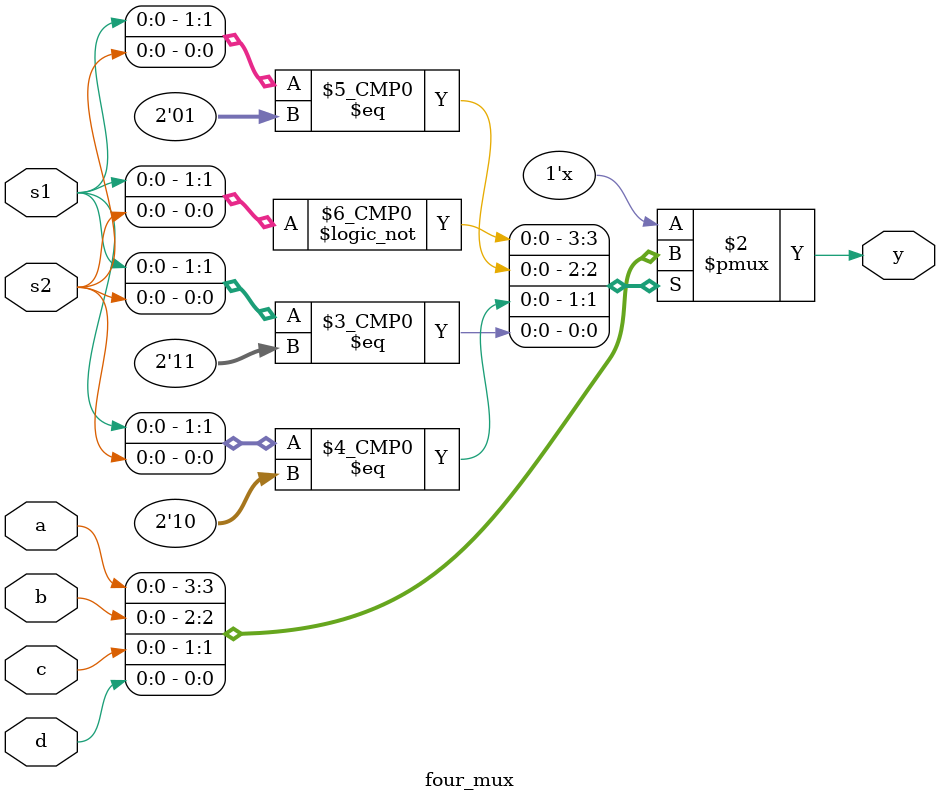
<source format=v>
module four_mux(
    input a,
	input b,
	input c,
	input d,
	input s1,
	input s2,
	output reg y
);

always@(*)
begin
	case ({s1,s2})
		2'b00 : y = a;
		2'b01 : y = b;
		2'b10 : y = c;
		2'b11 : y = d;
		default: y = a;
	endcase
end
endmodule

</source>
